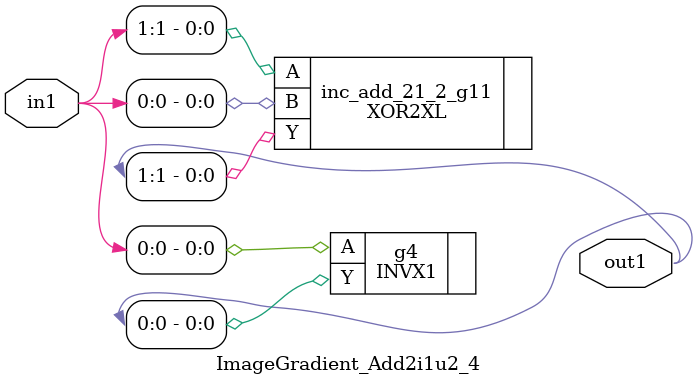
<source format=v>
`timescale 1ps / 1ps


module ImageGradient_Add2i1u2_4(in1, out1);
  input [1:0] in1;
  output [1:0] out1;
  wire [1:0] in1;
  wire [1:0] out1;
  INVX1 g4(.A (in1[0]), .Y (out1[0]));
  XOR2XL inc_add_21_2_g11(.A (in1[1]), .B (in1[0]), .Y (out1[1]));
endmodule


</source>
